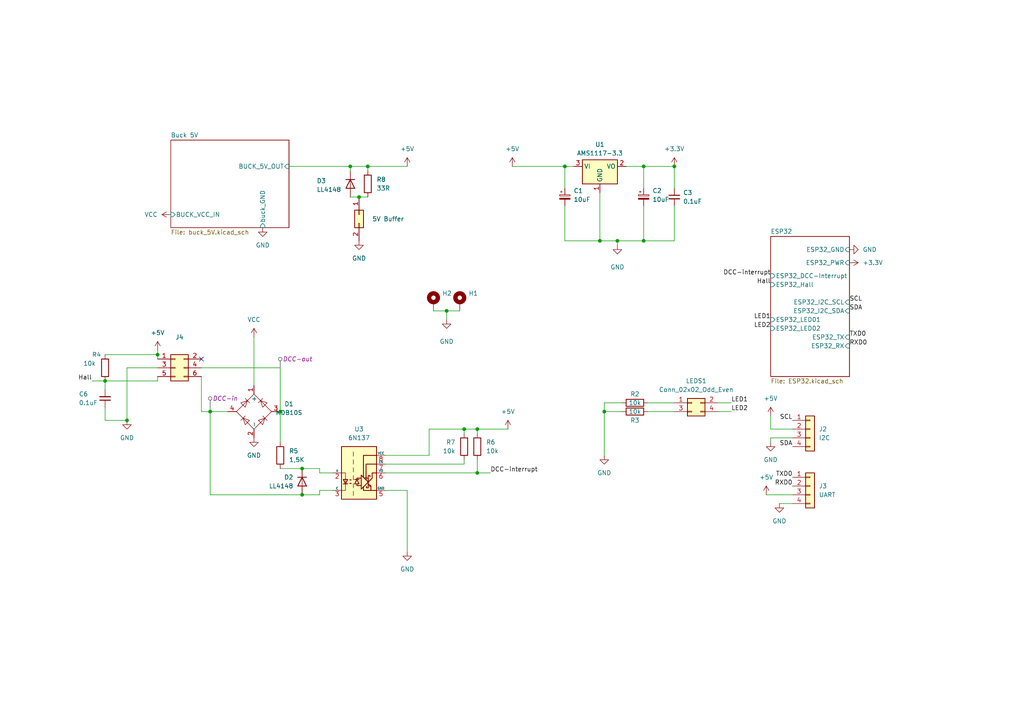
<source format=kicad_sch>
(kicad_sch (version 20230121) (generator eeschema)
  (paper "A4")
  (lib_symbols
    (symbol "Connector_Generic:Conn_01x04" (pin_names (offset 1.016) hide)
      (property "Reference" "J" (at 0 5.08 0))
      (property "Value" "Conn_01x04" (at 0 -7.62 0))
      (symbol "Conn_01x04_1_1"
        (rectangle (start -1.27 -4.953) (end 0 -5.207) (stroke (width 0.1524)))
        (rectangle (start -1.27 -2.413) (end 0 -2.667) (stroke (width 0.1524)))
        (rectangle (start -1.27 0.127) (end 0 -0.127) (stroke (width 0.1524)))
        (rectangle (start -1.27 2.667) (end 0 2.413) (stroke (width 0.1524)))
        (rectangle (start -1.27 3.81) (end 1.27 -6.35) (stroke (width 0.254)) (fill (type background)))
        (pin passive line (at -5.08 2.54 0) (length 3.81) (name "Pin_1") (number "1"))
        (pin passive line (at -5.08 0 0) (length 3.81) (name "Pin_2") (number "2"))
        (pin passive line (at -5.08 -2.54 0) (length 3.81) (name "Pin_3") (number "3"))
        (pin passive line (at -5.08 -5.08 0) (length 3.81) (name "Pin_4") (number "4"))
      )
    )
    (symbol "Connector_Generic:Conn_02x01" (pin_names (offset 1.016) hide)
      (property "Reference" "J" (at 1.27 2.54 0))
      (property "Value" "Conn_02x01" (at 1.27 -2.54 0))
      (symbol "Conn_02x01_1_1"
        (rectangle (start -1.27 0.127) (end 0 -0.127) (stroke (width 0.1524)))
        (rectangle (start -1.27 1.27) (end 3.81 -1.27) (stroke (width 0.254)) (fill (type background)))
        (rectangle (start 3.81 0.127) (end 2.54 -0.127) (stroke (width 0.1524)))
        (pin passive line (at -5.08 0 0) (length 3.81) (name "Pin_1") (number "1"))
        (pin passive line (at 7.62 0 180) (length 3.81) (name "Pin_2") (number "2"))
      )
    )
    (symbol "Connector_Generic:Conn_02x02_Odd_Even" (pin_names (offset 1.016) hide)
      (property "Reference" "J" (at 1.27 2.54 0))
      (property "Value" "Conn_02x02_Odd_Even" (at 1.27 -5.08 0))
      (symbol "Conn_02x02_Odd_Even_1_1"
        (rectangle (start -1.27 -2.413) (end 0 -2.667) (stroke (width 0.1524)))
        (rectangle (start -1.27 0.127) (end 0 -0.127) (stroke (width 0.1524)))
        (rectangle (start -1.27 1.27) (end 3.81 -3.81) (stroke (width 0.254)) (fill (type background)))
        (rectangle (start 3.81 -2.413) (end 2.54 -2.667) (stroke (width 0.1524)))
        (rectangle (start 3.81 0.127) (end 2.54 -0.127) (stroke (width 0.1524)))
        (pin passive line (at -5.08 0 0) (length 3.81) (name "Pin_1") (number "1"))
        (pin passive line (at 7.62 0 180) (length 3.81) (name "Pin_2") (number "2"))
        (pin passive line (at -5.08 -2.54 0) (length 3.81) (name "Pin_3") (number "3"))
        (pin passive line (at 7.62 -2.54 180) (length 3.81) (name "Pin_4") (number "4"))
      )
    )
    (symbol "Connector_Generic:Conn_02x03_Odd_Even" (pin_names (offset 1.016) hide)
      (property "Reference" "J" (at 1.27 5.08 0))
      (property "Value" "Conn_02x03_Odd_Even" (at 1.27 -5.08 0))
      (symbol "Conn_02x03_Odd_Even_1_1"
        (rectangle (start -1.27 -2.413) (end 0 -2.667) (stroke (width 0.1524)))
        (rectangle (start -1.27 0.127) (end 0 -0.127) (stroke (width 0.1524)))
        (rectangle (start -1.27 2.667) (end 0 2.413) (stroke (width 0.1524)))
        (rectangle (start -1.27 3.81) (end 3.81 -3.81) (stroke (width 0.254)) (fill (type background)))
        (rectangle (start 3.81 -2.413) (end 2.54 -2.667) (stroke (width 0.1524)))
        (rectangle (start 3.81 0.127) (end 2.54 -0.127) (stroke (width 0.1524)))
        (rectangle (start 3.81 2.667) (end 2.54 2.413) (stroke (width 0.1524)))
        (pin passive line (at -5.08 2.54 0) (length 3.81) (name "Pin_1") (number "1"))
        (pin passive line (at 7.62 2.54 180) (length 3.81) (name "Pin_2") (number "2"))
        (pin passive line (at -5.08 0 0) (length 3.81) (name "Pin_3") (number "3"))
        (pin passive line (at 7.62 0 180) (length 3.81) (name "Pin_4") (number "4"))
        (pin passive line (at -5.08 -2.54 0) (length 3.81) (name "Pin_5") (number "5"))
        (pin passive line (at 7.62 -2.54 180) (length 3.81) (name "Pin_6") (number "6"))
      )
    )
    (symbol "Device:C_Polarized_Small" (pin_numbers hide) (pin_names (offset 0.254) hide)
      (property "Reference" "C" (at 0.254 1.778 0))
      (property "Value" "C_Polarized_Small" (at 0.254 -2.032 0))
      (symbol "C_Polarized_Small_0_1"
        (rectangle (start -1.524 -0.3048) (end 1.524 -0.6858) (fill (type outline)))
        (rectangle (start -1.524 0.6858) (end 1.524 0.3048))
        (polyline (pts (xy -1.27 1.524) (xy -0.762 1.524)))
        (polyline (pts (xy -1.016 1.27) (xy -1.016 1.778)))
      )
      (symbol "C_Polarized_Small_1_1"
        (pin passive line (at 0 2.54 270) (length 1.8542) (name "~") (number "1"))
        (pin passive line (at 0 -2.54 90) (length 1.8542) (name "~") (number "2"))
      )
    )
    (symbol "Device:C_Small" (pin_numbers hide) (pin_names (offset 0.254) hide)
      (property "Reference" "C" (at 0.254 1.778 0))
      (property "Value" "C_Small" (at 0.254 -2.032 0))
      (symbol "C_Small_0_1"
        (polyline (pts (xy -1.524 -0.508) (xy 1.524 -0.508)) (stroke (width 0.3302)))
        (polyline (pts (xy -1.524 0.508) (xy 1.524 0.508)) (stroke (width 0.3048)))
      )
      (symbol "C_Small_1_1"
        (pin passive line (at 0 2.54 270) (length 2.032) (name "~") (number "1"))
        (pin passive line (at 0 -2.54 90) (length 2.032) (name "~") (number "2"))
      )
    )
    (symbol "Device:R" (pin_numbers hide) (pin_names (offset 0))
      (property "Reference" "R" (at 2.032 0 90))
      (property "Value" "R" (at 0 0 90))
      (symbol "R_0_1"
        (rectangle (start -1.016 -2.54) (end 1.016 2.54) (stroke (width 0.254)))
      )
      (symbol "R_1_1"
        (pin passive line (at 0 3.81 270) (length 1.27) (name "~") (number "1"))
        (pin passive line (at 0 -3.81 90) (length 1.27) (name "~") (number "2"))
      )
    )
    (symbol "Diode:1N4148" (pin_numbers hide) (pin_names hide)
      (property "Reference" "D" (at 0 2.54 0))
      (property "Value" "1N4148" (at 0 -2.54 0))
      (symbol "1N4148_0_1"
        (polyline (pts (xy -1.27 1.27) (xy -1.27 -1.27)) (stroke (width 0.254)))
        (polyline (pts (xy 1.27 0) (xy -1.27 0)))
        (polyline (pts (xy 1.27 1.27) (xy 1.27 -1.27) (xy -1.27 0) (xy 1.27 1.27)) (stroke (width 0.254)))
      )
      (symbol "1N4148_1_1"
        (pin passive line (at -3.81 0 0) (length 2.54) (name "K") (number "1"))
        (pin passive line (at 3.81 0 180) (length 2.54) (name "A") (number "2"))
      )
    )
    (symbol "Diode_Bridge:MDB10S"
      (property "Reference" "D" (at 3.81 6.35 0))
      (property "Value" "MDB10S" (at 6.35 3.81 0))
      (symbol "MDB10S_1_1"
        (polyline (pts (xy -2.54 3.81) (xy -1.27 2.54)))
        (polyline (pts (xy -1.27 -2.54) (xy -2.54 -3.81)))
        (polyline (pts (xy 2.54 -1.27) (xy 3.81 -2.54)))
        (polyline (pts (xy 2.54 1.27) (xy 3.81 2.54)))
        (polyline (pts (xy -3.81 2.54) (xy -2.54 1.27) (xy -1.905 3.175) (xy -3.81 2.54)))
        (polyline (pts (xy -2.54 -1.27) (xy -3.81 -2.54) (xy -1.905 -3.175) (xy -2.54 -1.27)))
        (polyline (pts (xy 1.27 2.54) (xy 2.54 3.81) (xy 3.175 1.905) (xy 1.27 2.54)))
        (polyline (pts (xy 3.175 -1.905) (xy 1.27 -2.54) (xy 2.54 -3.81) (xy 3.175 -1.905)))
        (polyline (pts (xy -5.08 0) (xy 0 -5.08) (xy 5.08 0) (xy 0 5.08) (xy -5.08 0)))
        (pin passive line (at 7.62 0 180) (length 2.54) (name "+") (number "1"))
        (pin passive line (at -7.62 0 0) (length 2.54) (name "-") (number "2"))
        (pin passive line (at 0 -7.62 90) (length 2.54) (name "~") (number "3"))
        (pin passive line (at 0 7.62 270) (length 2.54) (name "~") (number "4"))
      )
    )
    (symbol "Isolator:6N137" (pin_names (offset 0))
      (property "Reference" "U" (at -4.064 8.89 0))
      (property "Value" "6N137" (at 0 -8.89 0))
      (symbol "6N137_0_1"
        (polyline (pts (xy 2.667 -3.556) (xy 2.667 -1.651)) (stroke (width 0.254)))
        (polyline (pts (xy 2.667 -2.159) (xy 2.667 -2.921)) (stroke (width 0.254)))
        (polyline (pts (xy 3.429 -3.937) (xy 3.429 -5.08)) (stroke (width 0.254)))
        (polyline (pts (xy -0.635 -3.302) (xy -0.635 -3.683) (xy 0.635 -3.683)) (stroke (width 0.254)))
        (polyline (pts (xy -0.635 -1.905) (xy -0.635 -1.524) (xy 0.508 -1.524)) (stroke (width 0.254)))
        (polyline (pts (xy 1.27 -4.064) (xy 1.27 -5.08) (xy 5.08 -5.08)) (stroke (width 0.254)))
        (polyline (pts (xy 1.27 -1.27) (xy 1.27 5.08) (xy 5.08 5.08)) (stroke (width 0.254)))
        (polyline (pts (xy 2.032 -1.27) (xy 2.032 2.54) (xy 5.08 2.54)) (stroke (width 0.254)))
        (polyline (pts (xy -5.08 -5.08) (xy -3.937 -5.08) (xy -3.937 0) (xy -5.08 0)))
        (polyline (pts (xy 2.667 -3.302) (xy 2.667 -4.318) (xy 2.159 -4.318) (xy 2.159 -3.937)) (stroke (width 0.254)))
        (polyline (pts (xy 2.667 -2.667) (xy 0.635 -4.699) (xy 0.635 -0.635) (xy 2.667 -2.667)) (stroke (width 0.254)))
        (polyline (pts (xy 2.667 -1.778) (xy 2.667 -0.762) (xy 3.175 -0.762) (xy 3.175 -1.143)) (stroke (width 0.254)))
        (polyline (pts (xy 2.794 -2.54) (xy 3.81 -1.524) (xy 3.81 0) (xy 5.08 0)) (stroke (width 0.254)))
        (polyline (pts (xy 2.667 -3.175) (xy 3.429 -3.937) (xy 3.302 -3.556) (xy 3.048 -3.81) (xy 3.429 -3.937)) (stroke (width 0.254)))
        (circle (center 2.032 -1.524) (radius 0.254) (stroke (width 0.254)))
      )
      (symbol "6N137_1_1"
        (rectangle (start -5.08 7.62) (end 5.08 -7.62) (stroke (width 0.254)) (fill (type background)))
        (polyline (pts (xy -4.572 -3.175) (xy -3.302 -3.175)) (stroke (width 0.254)))
        (polyline (pts (xy -1.651 -5.334) (xy -1.651 -6.604)))
        (polyline (pts (xy -1.651 -3.048) (xy -1.651 -4.318)))
        (polyline (pts (xy -1.651 -0.762) (xy -1.651 -2.032)))
        (polyline (pts (xy -1.651 1.524) (xy -1.651 0.254)))
        (polyline (pts (xy -1.651 3.81) (xy -1.651 2.54)))
        (polyline (pts (xy -1.651 6.096) (xy -1.651 4.826)))
        (polyline (pts (xy -1.27 -1.905) (xy 0 -1.905)) (stroke (width 0.254)))
        (polyline (pts (xy -3.937 -3.175) (xy -4.572 -1.905) (xy -3.302 -1.905) (xy -3.937 -3.175)) (stroke (width 0.254)))
        (polyline (pts (xy -0.635 -1.905) (xy -1.27 -3.175) (xy 0 -3.175) (xy -0.635 -1.905)) (stroke (width 0.254)))
        (polyline (pts (xy -2.921 -3.048) (xy -2.159 -3.048) (xy -2.54 -3.175) (xy -2.54 -2.921) (xy -2.159 -3.048)) (stroke (width 0.127)))
        (polyline (pts (xy -2.921 -2.032) (xy -2.159 -2.032) (xy -2.54 -2.159) (xy -2.54 -1.905) (xy -2.159 -2.032)) (stroke (width 0.127)))
        (pin no_connect line (at -5.08 5.08 0) (length 2.54) hide (name "NC") (number "1"))
        (pin passive line (at -7.62 0 0) (length 2.54) (name "A") (number "2"))
        (pin passive line (at -7.62 -5.08 0) (length 2.54) (name "C") (number "3"))
        (pin power_in line (at 7.62 -5.08 180) (length 2.54) (name "GND") (number "5"))
        (pin open_collector line (at 7.62 0 180) (length 2.54) (name "VO") (number "6"))
        (pin input line (at 7.62 2.54 180) (length 2.54) (name "EN") (number "7"))
        (pin power_in line (at 7.62 5.08 180) (length 2.54) (name "VCC") (number "8"))
      )
    )
    (symbol "Mechanical:MountingHole_Pad" (pin_numbers hide) (pin_names (offset 1.016) hide)
      (property "Reference" "H" (at 0 6.35 0))
      (property "Value" "MountingHole_Pad" (at 0 4.445 0))
      (symbol "MountingHole_Pad_0_1"
        (circle (center 0 1.27) (radius 1.27) (stroke (width 1.27)))
      )
      (symbol "MountingHole_Pad_1_1"
        (pin input line (at 0 -2.54 90) (length 2.54) (name "1") (number "1"))
      )
    )
    (symbol "Regulator_Linear:AMS1117-3.3"
      (property "Reference" "U" (at -3.81 3.175 0))
      (property "Value" "AMS1117-3.3" (at 0 3.175 0))
      (symbol "AMS1117-3.3_0_1"
        (rectangle (start -5.08 -5.08) (end 5.08 1.905) (stroke (width 0.254)) (fill (type background)))
      )
      (symbol "AMS1117-3.3_1_1"
        (pin power_in line (at 0 -7.62 90) (length 2.54) (name "GND") (number "1"))
        (pin power_out line (at 7.62 0 180) (length 2.54) (name "VO") (number "2"))
        (pin power_in line (at -7.62 0 0) (length 2.54) (name "VI") (number "3"))
      )
    )
    (symbol "power:+3.3V" (power) (pin_names (offset 0))
      (property "Value" "+3.3V" (at 0 3.556 0))
      (symbol "+3.3V_0_1"
        (polyline (pts (xy -0.762 1.27) (xy 0 2.54)))
        (polyline (pts (xy 0 0) (xy 0 2.54)))
        (polyline (pts (xy 0 2.54) (xy 0.762 1.27)))
      )
      (symbol "+3.3V_1_1"
        (pin power_in line (at 0 0 90) (length 0) hide (name "+3.3V") (number "1"))
      )
    )
    (symbol "power:+5V" (power) (pin_names (offset 0))
      (property "Value" "+5V" (at 0 3.556 0))
      (symbol "+5V_0_1"
        (polyline (pts (xy -0.762 1.27) (xy 0 2.54)))
        (polyline (pts (xy 0 0) (xy 0 2.54)))
        (polyline (pts (xy 0 2.54) (xy 0.762 1.27)))
      )
      (symbol "+5V_1_1"
        (pin power_in line (at 0 0 90) (length 0) hide (name "+5V") (number "1"))
      )
    )
    (symbol "power:GND" (power) (pin_names (offset 0))
      (property "Value" "GND" (at 0 -3.81 0))
      (symbol "GND_0_1"
        (polyline (pts (xy 0 0) (xy 0 -1.27) (xy 1.27 -1.27) (xy 0 -2.54) (xy -1.27 -1.27) (xy 0 -1.27)))
      )
      (symbol "GND_1_1"
        (pin power_in line (at 0 0 270) (length 0) hide (name "GND") (number "1"))
      )
    )
    (symbol "power:VCC" (power) (pin_names (offset 0))
      (property "Value" "VCC" (at 0 3.81 0))
      (symbol "VCC_0_1"
        (polyline (pts (xy -0.762 1.27) (xy 0 2.54)))
        (polyline (pts (xy 0 0) (xy 0 2.54)))
        (polyline (pts (xy 0 2.54) (xy 0.762 1.27)))
      )
      (symbol "VCC_1_1"
        (pin power_in line (at 0 0 90) (length 0) hide (name "VCC") (number "1"))
      )
    )
  )
  (junction (at 186.69 48.26))
  (junction (at 60.96 119.38))
  (junction (at 106.68 48.26))
  (junction (at 186.69 69.85))
  (junction (at 104.14 57.15))
  (junction (at 134.62 124.46))
  (junction (at 138.43 124.46))
  (junction (at 175.26 119.38))
  (junction (at 81.28 119.38))
  (junction (at 36.83 121.92))
  (junction (at 87.63 143.51))
  (junction (at 173.99 69.85))
  (junction (at 129.54 90.17))
  (junction (at 179.07 69.85))
  (junction (at 138.43 137.16))
  (junction (at 87.63 135.89))
  (junction (at 30.48 110.49))
  (junction (at 45.72 102.87))
  (junction (at 101.6 48.26))
  (junction (at 163.83 48.26))
  (junction (at 195.58 48.26))
  (no_connect (at 58.42 104.14))
  (wire (pts (xy 175.26 119.38) (xy 180.34 119.38)))
  (wire (pts (xy 30.48 110.49) (xy 45.72 110.49)))
  (wire (pts (xy 138.43 133.35) (xy 138.43 137.16)))
  (wire (pts (xy 60.96 143.51) (xy 87.63 143.51)))
  (wire (pts (xy 118.11 142.24) (xy 111.76 142.24)))
  (wire (pts (xy 92.71 143.51) (xy 87.63 143.51)))
  (wire (pts (xy 36.83 106.68) (xy 45.72 106.68)))
  (wire (pts (xy 187.96 119.38) (xy 195.58 119.38)))
  (wire (pts (xy 179.07 71.12) (xy 179.07 69.85)))
  (wire (pts (xy 133.35 90.17) (xy 129.54 90.17)))
  (wire (pts (xy 30.48 102.87) (xy 45.72 102.87)))
  (wire (pts (xy 101.6 48.26) (xy 106.68 48.26)))
  (wire (pts (xy 223.52 120.65) (xy 223.52 124.46)))
  (wire (pts (xy 81.28 128.27) (xy 81.28 119.38)))
  (wire (pts (xy 106.68 48.26) (xy 106.68 49.53)))
  (wire (pts (xy 223.52 127) (xy 229.87 127)))
  (wire (pts (xy 60.96 118.11) (xy 60.96 119.38)))
  (wire (pts (xy 195.58 69.85) (xy 186.69 69.85)))
  (wire (pts (xy 179.07 69.85) (xy 173.99 69.85)))
  (wire (pts (xy 92.71 135.89) (xy 87.63 135.89)))
  (wire (pts (xy 101.6 57.15) (xy 104.14 57.15)))
  (wire (pts (xy 208.28 116.84) (xy 212.09 116.84)))
  (wire (pts (xy 111.76 134.62) (xy 134.62 134.62)))
  (wire (pts (xy 134.62 125.73) (xy 134.62 124.46)))
  (wire (pts (xy 195.58 48.26) (xy 186.69 48.26)))
  (wire (pts (xy 134.62 124.46) (xy 138.43 124.46)))
  (wire (pts (xy 187.96 116.84) (xy 195.58 116.84)))
  (wire (pts (xy 208.28 119.38) (xy 212.09 119.38)))
  (wire (pts (xy 36.83 106.68) (xy 36.83 121.92)))
  (wire (pts (xy 92.71 137.16) (xy 92.71 135.89)))
  (wire (pts (xy 186.69 48.26) (xy 186.69 54.61)))
  (wire (pts (xy 186.69 69.85) (xy 179.07 69.85)))
  (wire (pts (xy 173.99 55.88) (xy 173.99 69.85)))
  (wire (pts (xy 30.48 121.92) (xy 36.83 121.92)))
  (wire (pts (xy 125.73 90.17) (xy 129.54 90.17)))
  (wire (pts (xy 26.67 110.49) (xy 30.48 110.49)))
  (wire (pts (xy 58.42 106.68) (xy 81.28 106.68)))
  (wire (pts (xy 163.83 69.85) (xy 173.99 69.85)))
  (wire (pts (xy 92.71 142.24) (xy 92.71 143.51)))
  (wire (pts (xy 83.82 48.26) (xy 101.6 48.26)))
  (wire (pts (xy 45.72 102.87) (xy 45.72 104.14)))
  (wire (pts (xy 124.46 132.08) (xy 124.46 124.46)))
  (wire (pts (xy 60.96 119.38) (xy 60.96 143.51)))
  (wire (pts (xy 111.76 132.08) (xy 124.46 132.08)))
  (wire (pts (xy 134.62 133.35) (xy 134.62 134.62)))
  (wire (pts (xy 223.52 124.46) (xy 229.87 124.46)))
  (wire (pts (xy 60.96 119.38) (xy 66.04 119.38)))
  (wire (pts (xy 180.34 116.84) (xy 175.26 116.84)))
  (wire (pts (xy 226.06 146.05) (xy 229.87 146.05)))
  (wire (pts (xy 163.83 59.69) (xy 163.83 69.85)))
  (wire (pts (xy 101.6 48.26) (xy 101.6 49.53)))
  (wire (pts (xy 181.61 48.26) (xy 186.69 48.26)))
  (wire (pts (xy 138.43 124.46) (xy 138.43 125.73)))
  (wire (pts (xy 138.43 124.46) (xy 147.32 124.46)))
  (wire (pts (xy 96.52 137.16) (xy 92.71 137.16)))
  (wire (pts (xy 195.58 54.61) (xy 195.58 48.26)))
  (wire (pts (xy 222.25 143.51) (xy 229.87 143.51)))
  (wire (pts (xy 58.42 119.38) (xy 60.96 119.38)))
  (wire (pts (xy 81.28 106.68) (xy 81.28 119.38)))
  (wire (pts (xy 186.69 59.69) (xy 186.69 69.85)))
  (wire (pts (xy 223.52 127) (xy 223.52 128.27)))
  (wire (pts (xy 148.59 48.26) (xy 163.83 48.26)))
  (wire (pts (xy 111.76 137.16) (xy 138.43 137.16)))
  (wire (pts (xy 124.46 124.46) (xy 134.62 124.46)))
  (wire (pts (xy 73.66 97.79) (xy 73.66 111.76)))
  (wire (pts (xy 129.54 90.17) (xy 129.54 92.71)))
  (wire (pts (xy 138.43 137.16) (xy 142.24 137.16)))
  (wire (pts (xy 175.26 119.38) (xy 175.26 132.08)))
  (wire (pts (xy 118.11 142.24) (xy 118.11 160.02)))
  (wire (pts (xy 106.68 48.26) (xy 118.11 48.26)))
  (wire (pts (xy 30.48 110.49) (xy 30.48 113.03)))
  (wire (pts (xy 96.52 142.24) (xy 92.71 142.24)))
  (wire (pts (xy 58.42 109.22) (xy 58.42 119.38)))
  (wire (pts (xy 166.37 48.26) (xy 163.83 48.26)))
  (wire (pts (xy 30.48 118.11) (xy 30.48 121.92)))
  (wire (pts (xy 81.28 135.89) (xy 87.63 135.89)))
  (wire (pts (xy 175.26 116.84) (xy 175.26 119.38)))
  (wire (pts (xy 195.58 59.69) (xy 195.58 69.85)))
  (wire (pts (xy 163.83 48.26) (xy 163.83 54.61)))
  (wire (pts (xy 45.72 101.6) (xy 45.72 102.87)))
  (wire (pts (xy 104.14 57.15) (xy 106.68 57.15)))
  (wire (pts (xy 45.72 110.49) (xy 45.72 109.22)))
  (label "Hall" (at 26.67 110.49 180))
  (label "LED1" (at 212.09 116.84 0))
  (label "Hall" (at 223.52 82.55 180))
  (label "SCL" (at 229.87 121.92 180))
  (label "RXD0" (at 229.87 140.97 180))
  (label "SDA" (at 246.38 90.17 0))
  (label "LED2" (at 212.09 119.38 0))
  (label "RXD0" (at 246.38 100.33 0))
  (label "DCC-interrupt" (at 223.52 80.01 180))
  (label "LED1" (at 223.52 92.71 180))
  (label "TXD0" (at 246.38 97.79 0))
  (label "LED2" (at 223.52 95.25 180))
  (label "TXD0" (at 229.87 138.43 180))
  (label "SCL" (at 246.38 87.63 0))
  (label "DCC-interrupt" (at 142.24 137.16 0))
  (label "SDA" (at 229.87 129.54 180))
  (netclass_flag "" (length 2.54) (shape round) (at 81.28 106.68 0) (property "DCC-out" "DCC-out" (at 81.9785 104.14 0) (effects (font italic) (justify left))))
  (netclass_flag "" (length 2.54) (shape round) (at 60.96 118.11 0) (property "DCC-in" "DCC-in" (at 61.6585 115.57 0) (effects (font italic) (justify left))))
  (symbol (lib_id "power:+5V") (at 45.72 101.6 0) (unit 1)
    (property "Reference" "#PWR014" (effects hide))
    (property "Value" "+5V" (at 45.72 96.52 0))
  )
  (symbol (lib_id "Diode:1N4148") (at 101.6 53.34 270) (unit 1)
    (property "Reference" "D3" (at 91.8522 52.4548 90) (effects (justify left)))
    (property "Value" "LL4148" (at 91.8522 54.9948 90) (effects (justify left)))
    (property "Footprint" "Diode_SMD:D_SOD-123" (effects hide))
    (property "Datasheet" "https://assets.nexperia.com/documents/data-sheet/1N4148_1N4448.pdf" (effects hide))
    (property "Sim.Device" "D" (effects hide))
    (property "Sim.Pins" "1=A 2=K" (effects hide))
    (property "JLCPCB Part#" "C81598" (effects hide))
    (property "LCSC" "C81598" (effects hide))
  )
  (symbol (lib_id "power:+3.3V") (at 195.58 48.26 0) (unit 1)
    (property "Reference" "#PWR03" (effects hide))
    (property "Value" "+3.3V" (at 195.58 43.18 0))
  )
  (symbol (lib_id "power:+5V") (at 118.11 48.26 0) (unit 1)
    (property "Reference" "#PWR04" (effects hide))
    (property "Value" "+5V" (at 118.11 43.18 0))
  )
  (symbol (lib_id "Diode_Bridge:MDB10S") (at 73.66 119.38 90) (unit 1)
    (property "Reference" "D1" (at 83.82 117.1641 90))
    (property "Value" "MDB10S" (at 83.82 119.7041 90))
    (property "Footprint" "MDB10S:SOIC245P670X290-4N" (effects hide))
    (property "Datasheet" "https://www.onsemi.com/pub/Collateral/MDB8S-D.PDF" (effects hide))
    (property "LCSC" "C2488" (effects hide))
    (property "JLCPCB Part#" "C2488" (effects hide))
  )
  (symbol (lib_id "power:GND") (at 104.14 69.85 0) (unit 1)
    (property "Reference" "#PWR020" (effects hide))
    (property "Value" "GND" (at 104.14 74.93 0))
  )
  (symbol (lib_id "Device:R") (at 134.62 129.54 0) (unit 1)
    (property "Reference" "R7" (at 132.08 128.27 0) (effects (justify right)))
    (property "Value" "10k" (at 132.08 130.81 0) (effects (justify right)))
    (property "Footprint" "Resistor_SMD:R_1206_3216Metric" (effects hide))
    (property "JLCPCB Part#" "C17902" (effects hide))
    (property "LCSC" "C17902" (effects hide))
  )
  (symbol (lib_id "power:+5V") (at 147.32 124.46 0) (unit 1)
    (property "Reference" "#PWR018" (effects hide))
    (property "Value" "+5V" (at 147.32 119.38 0))
  )
  (symbol (lib_id "power:+3.3V") (at 246.38 76.2 270) (unit 1)
    (property "Reference" "#PWR07" (effects hide))
    (property "Value" "+3.3V" (at 250.19 76.2 90) (effects (justify left)))
  )
  (symbol (lib_id "Device:R") (at 184.15 116.84 90) (unit 1)
    (property "Reference" "R2" (at 184.15 114.3 90))
    (property "Value" "10k" (at 184.15 116.84 90))
    (property "Footprint" "Resistor_SMD:R_1206_3216Metric" (effects hide))
    (property "JLCPCB Part#" "C17902" (effects hide))
    (property "LCSC" "C17902" (effects hide))
  )
  (symbol (lib_id "Device:R") (at 81.28 132.08 0) (mirror x) (unit 1)
    (property "Reference" "R5" (at 83.82 130.81 0) (effects (justify left)))
    (property "Value" "1,5K" (at 83.82 133.35 0) (effects (justify left)))
    (property "Footprint" "Resistor_SMD:R_0805_2012Metric" (effects hide))
    (property "JLCPCB Part#" "C4310" (effects hide))
    (property "LCSC" "C4310" (effects hide))
  )
  (symbol (lib_id "power:+5V") (at 222.25 143.51 0) (unit 1)
    (property "Reference" "#PWR09" (effects hide))
    (property "Value" "+5V" (at 222.25 138.43 0))
  )
  (symbol (lib_id "Connector_Generic:Conn_01x04") (at 234.95 140.97 0) (unit 1) (in_bom no)
    (property "Reference" "J3" (at 237.49 140.97 0) (effects (justify left)))
    (property "Value" "UART" (at 237.49 143.51 0) (effects (justify left)))
    (property "Footprint" "Connector_PinHeader_2.54mm:PinHeader_1x04_P2.54mm_Vertical" (effects hide))
  )
  (symbol (lib_id "Device:C_Small") (at 195.58 57.15 0) (unit 1)
    (property "Reference" "C3" (at 198.12 55.8863 0) (effects (justify left)))
    (property "Value" "0.1uF" (at 198.12 58.4263 0) (effects (justify left)))
    (property "Footprint" "Capacitor_SMD:C_0603_1608Metric" (effects hide))
    (property "JLCPCB Part#" "C14663" (effects hide))
    (property "LCSC" "C14663" (effects hide))
  )
  (symbol (lib_id "power:GND") (at 118.11 160.02 0) (unit 1)
    (property "Reference" "#PWR05" (effects hide))
    (property "Value" "GND" (at 118.11 165.1 0))
  )
  (symbol (lib_id "Device:R") (at 30.48 106.68 0) (unit 1)
    (property "Reference" "R4" (at 26.67 102.87 0) (effects (justify left)))
    (property "Value" "10k" (at 24.13 105.41 0) (effects (justify left)))
    (property "Footprint" "Resistor_SMD:R_1206_3216Metric" (effects hide))
    (property "JLCPCB Part#" "C17902" (effects hide))
    (property "LCSC" "C17902" (effects hide))
  )
  (symbol (lib_id "Device:R") (at 138.43 129.54 180) (unit 1)
    (property "Reference" "R6" (at 140.97 128.27 0) (effects (justify right)))
    (property "Value" "10k" (at 140.97 130.81 0) (effects (justify right)))
    (property "Footprint" "Resistor_SMD:R_1206_3216Metric" (effects hide))
    (property "JLCPCB Part#" "C17902" (effects hide))
    (property "LCSC" "C17902" (effects hide))
  )
  (symbol (lib_id "power:+5V") (at 223.52 120.65 0) (unit 1)
    (property "Reference" "#PWR010" (effects hide))
    (property "Value" "+5V" (at 223.52 115.57 0))
  )
  (symbol (lib_id "power:GND") (at 223.52 128.27 0) (unit 1)
    (property "Reference" "#PWR011" (effects hide))
    (property "Value" "GND" (at 223.52 133.35 0))
  )
  (symbol (lib_id "power:GND") (at 246.38 72.39 90) (unit 1)
    (property "Reference" "#PWR08" (effects hide))
    (property "Value" "GND" (at 250.19 72.39 90) (effects (justify right)))
  )
  (symbol (lib_id "power:+5V") (at 148.59 48.26 0) (unit 1)
    (property "Reference" "#PWR01" (effects hide))
    (property "Value" "+5V" (at 148.59 43.18 0))
  )
  (symbol (lib_id "Mechanical:MountingHole_Pad") (at 125.73 87.63 0) (unit 1) (in_bom no)
    (property "Reference" "H2" (at 128.27 85.09 0) (effects (justify left)))
    (property "Value" "MountingHole_Pad" (effects hide))
    (property "Footprint" "MountingHole:MountingHole_3.2mm_M3_DIN965_Pad" (effects hide))
  )
  (symbol (lib_id "Connector_Generic:Conn_01x04") (at 234.95 124.46 0) (unit 1) (in_bom no)
    (property "Reference" "J2" (at 237.49 124.46 0) (effects (justify left)))
    (property "Value" "I2C" (at 237.49 127 0) (effects (justify left)))
    (property "Footprint" "Connector_PinHeader_2.54mm:PinHeader_1x04_P2.54mm_Vertical" (effects hide))
  )
  (symbol (lib_id "power:GND") (at 179.07 71.12 0) (unit 1)
    (property "Reference" "#PWR02" (effects hide))
    (property "Value" "GND" (at 179.07 77.47 0))
  )
  (symbol (lib_id "Mechanical:MountingHole_Pad") (at 133.35 87.63 0) (unit 1) (in_bom no)
    (property "Reference" "H1" (at 135.89 85.09 0) (effects (justify left)))
    (property "Value" "MountingHole_Pad" (effects hide))
    (property "Footprint" "MountingHole:MountingHole_3.2mm_M3_DIN965_Pad" (effects hide))
  )
  (symbol (lib_id "power:GND") (at 175.26 132.08 0) (unit 1)
    (property "Reference" "#PWR013" (effects hide))
    (property "Value" "GND" (at 175.26 137.16 0))
  )
  (symbol (lib_id "Connector_Generic:Conn_02x03_Odd_Even") (at 50.8 106.68 0) (unit 1) (in_bom no)
    (property "Reference" "J4" (at 52.07 97.79 0))
    (property "Value" "Conn_02x03_Odd_Even" (effects hide))
    (property "Footprint" "Connector_PinHeader_2.54mm:PinHeader_2x03_P2.54mm_Vertical" (effects hide))
  )
  (symbol (lib_id "power:GND") (at 36.83 121.92 0) (unit 1)
    (property "Reference" "#PWR015" (effects hide))
    (property "Value" "GND" (at 36.83 127 0))
  )
  (symbol (lib_id "power:GND") (at 226.06 146.05 0) (unit 1)
    (property "Reference" "#PWR012" (effects hide))
    (property "Value" "GND" (at 226.06 151.13 0))
  )
  (symbol (lib_id "Device:C_Polarized_Small") (at 163.83 57.15 0) (unit 1)
    (property "Reference" "C1" (at 166.37 55.3339 0) (effects (justify left)))
    (property "Value" "10uF" (at 166.37 57.8739 0) (effects (justify left)))
    (property "Footprint" "Capacitor_SMD:C_0603_1608Metric" (effects hide))
    (property "JLCPCB Part#" "C96446" (effects hide))
    (property "LCSC" "C96446" (effects hide))
  )
  (symbol (lib_id "power:GND") (at 129.54 92.71 0) (unit 1)
    (property "Reference" "#PWR021" (effects hide))
    (property "Value" "GND" (at 129.54 99.06 0))
  )
  (symbol (lib_id "power:GND") (at 73.66 127 0) (unit 1)
    (property "Reference" "#PWR017" (effects hide))
    (property "Value" "GND" (at 73.66 132.08 0))
  )
  (symbol (lib_id "power:GND") (at 76.2 66.04 0) (unit 1)
    (property "Reference" "#PWR019" (effects hide))
    (property "Value" "GND" (at 76.2 71.12 0))
  )
  (symbol (lib_id "Diode:1N4148") (at 87.63 139.7 270) (unit 1)
    (property "Reference" "D2" (at 85.09 138.43 90) (effects (justify right)))
    (property "Value" "LL4148" (at 85.09 140.97 90) (effects (justify right)))
    (property "Footprint" "Diode_SMD:D_SOD-123" (effects hide))
    (property "Datasheet" "https://assets.nexperia.com/documents/data-sheet/1N4148_1N4448.pdf" (effects hide))
    (property "Sim.Device" "D" (effects hide))
    (property "Sim.Pins" "1=A 2=K" (effects hide))
    (property "JLCPCB Part#" "C81598" (effects hide))
    (property "LCSC" "C81598" (effects hide))
  )
  (symbol (lib_id "power:VCC") (at 49.53 62.23 90) (unit 1)
    (property "Reference" "#PWR06" (effects hide))
    (property "Value" "VCC" (at 45.72 62.23 90) (effects (justify left)))
  )
  (symbol (lib_id "Device:R") (at 184.15 119.38 90) (unit 1)
    (property "Reference" "R3" (at 184.15 121.92 90))
    (property "Value" "10k" (at 184.15 119.38 90))
    (property "Footprint" "Resistor_SMD:R_1206_3216Metric" (effects hide))
    (property "JLCPCB Part#" "C17902" (effects hide))
    (property "LCSC" "C17902" (effects hide))
  )
  (symbol (lib_id "Connector_Generic:Conn_02x01") (at 104.14 62.23 270) (unit 1) (in_bom no)
    (property "Reference" "J1" (effects hide))
    (property "Value" "5V Buffer" (at 107.95 63.5 90) (effects (justify left)))
    (property "Footprint" "Connector_PinHeader_2.54mm:PinHeader_2x01_P2.54mm_Vertical" (effects hide))
  )
  (symbol (lib_id "Isolator:6N137") (at 104.14 137.16 0) (unit 1)
    (property "Reference" "U3" (at 104.14 124.46 0))
    (property "Value" "6N137" (at 104.14 127 0))
    (property "Footprint" "Package_SO:SOP-8_6.605x9.655mm_P2.54mm" (effects hide))
    (property "Datasheet" "https://docs.broadcom.com/docs/AV02-0940EN" (effects hide))
    (property "JLCPCB Part#" "C110020" (effects hide))
    (property "LCSC" "C110020" (effects hide))
  )
  (symbol (lib_id "Device:R") (at 106.68 53.34 0) (unit 1) (in_bom no)
    (property "Reference" "R8" (at 109.22 52.07 0) (effects (justify left)))
    (property "Value" "33R" (at 109.22 54.61 0) (effects (justify left)))
    (property "Footprint" "Resistor_SMD:R_2512_6332Metric_Pad1.40x3.35mm_HandSolder" (effects hide))
  )
  (symbol (lib_id "power:VCC") (at 73.66 97.79 0) (unit 1)
    (property "Reference" "#PWR016" (effects hide))
    (property "Value" "VCC" (at 73.66 92.71 0))
  )
  (symbol (lib_id "Device:C_Small") (at 30.48 115.57 180) (unit 1)
    (property "Reference" "C6" (at 22.86 114.3 0) (effects (justify right)))
    (property "Value" "0.1uF" (at 22.86 116.84 0) (effects (justify right)))
    (property "Footprint" "Capacitor_SMD:C_0603_1608Metric" (effects hide))
    (property "JLCPCB Part#" "C14663" (effects hide))
    (property "LCSC" "C14663" (effects hide))
  )
  (symbol (lib_id "Connector_Generic:Conn_02x02_Odd_Even") (at 200.66 116.84 0) (unit 1) (in_bom no)
    (property "Reference" "LEDS1" (at 201.93 110.49 0))
    (property "Value" "Conn_02x02_Odd_Even" (at 201.93 113.03 0))
    (property "Footprint" "Connector_PinHeader_2.54mm:PinHeader_2x02_P2.54mm_Vertical" (effects hide))
  )
  (symbol (lib_id "Regulator_Linear:AMS1117-3.3") (at 173.99 48.26 0) (unit 1)
    (property "Reference" "U1" (at 173.99 41.91 0))
    (property "Value" "AMS1117-3.3" (at 173.99 44.45 0))
    (property "Footprint" "Package_TO_SOT_SMD:SOT-223-3_TabPin2" (effects hide))
    (property "Datasheet" "http://www.advanced-monolithic.com/pdf/ds1117.pdf" (effects hide))
    (property "LCSC" "C6186" (effects hide))
    (property "JLCPCB Part#" "C6186" (effects hide))
  )
  (symbol (lib_id "Device:C_Polarized_Small") (at 186.69 57.15 0) (unit 1)
    (property "Reference" "C2" (at 189.23 55.3339 0) (effects (justify left)))
    (property "Value" "10uF" (at 189.23 57.8739 0) (effects (justify left)))
    (property "Footprint" "Capacitor_SMD:C_0603_1608Metric" (effects hide))
    (property "JLCPCB Part#" "C96446" (effects hide))
    (property "LCSC" "C96446" (effects hide))
  )
  (sheet (at 49.53 40.64) (size 34.29 25.4) (stroke (width 0.1524))
    (property "Sheetname" "Buck 5V" (at 49.53 39.9284 0) (effects (justify left bottom)))
    (property "Sheetfile" "buck_5V.kicad_sch" (at 49.53 66.6246 0) (effects (justify left top)))
    (pin "BUCK_VCC_IN" input (at 49.53 62.23 180))
    (pin "buck_GND" input (at 76.2 66.04 270))
    (pin "BUCK_5V_OUT" input (at 83.82 48.26 0))
  )
  (sheet (at 223.52 68.58) (size 22.86 40.64) (stroke (width 0.1524))
    (property "Sheetname" "ESP32" (at 223.52 67.8684 0) (effects (justify left bottom)))
    (property "Sheetfile" "ESP32.kicad_sch" (at 223.52 109.8046 0) (effects (justify left top)))
    (pin "ESP32_GND" input (at 246.38 72.39 0))
    (pin "ESP32_PWR" input (at 246.38 76.2 0))
    (pin "ESP32_RX" input (at 246.38 100.33 0))
    (pin "ESP32_TX" input (at 246.38 97.79 0))
    (pin "ESP32_Hall" input (at 223.52 82.55 180))
    (pin "ESP32_I2C_SDA" input (at 246.38 90.17 0))
    (pin "ESP32_I2C_SCL" input (at 246.38 87.63 0))
    (pin "ESP32_DCC-Interrupt" input (at 223.52 80.01 180))
    (pin "ESP32_LED01" input (at 223.52 92.71 180))
    (pin "ESP32_LED02" input (at 223.52 95.25 180))
  )
)
</source>
